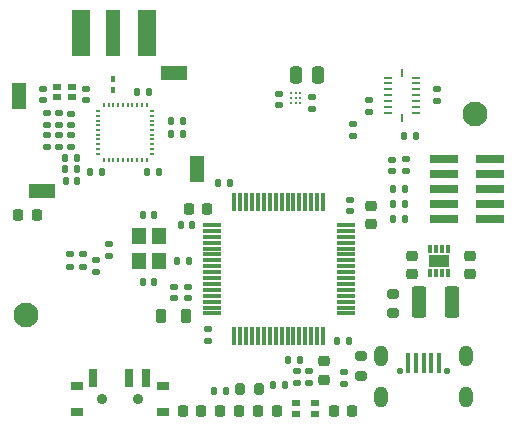
<source format=gbr>
%TF.GenerationSoftware,KiCad,Pcbnew,7.0.1*%
%TF.CreationDate,2024-02-15T14:19:22+01:00*%
%TF.ProjectId,stm32f405-sensorleap-v1,73746d33-3266-4343-9035-2d73656e736f,rev?*%
%TF.SameCoordinates,Original*%
%TF.FileFunction,Soldermask,Top*%
%TF.FilePolarity,Negative*%
%FSLAX46Y46*%
G04 Gerber Fmt 4.6, Leading zero omitted, Abs format (unit mm)*
G04 Created by KiCad (PCBNEW 7.0.1) date 2024-02-15 14:19:22*
%MOMM*%
%LPD*%
G01*
G04 APERTURE LIST*
G04 Aperture macros list*
%AMRoundRect*
0 Rectangle with rounded corners*
0 $1 Rounding radius*
0 $2 $3 $4 $5 $6 $7 $8 $9 X,Y pos of 4 corners*
0 Add a 4 corners polygon primitive as box body*
4,1,4,$2,$3,$4,$5,$6,$7,$8,$9,$2,$3,0*
0 Add four circle primitives for the rounded corners*
1,1,$1+$1,$2,$3*
1,1,$1+$1,$4,$5*
1,1,$1+$1,$6,$7*
1,1,$1+$1,$8,$9*
0 Add four rect primitives between the rounded corners*
20,1,$1+$1,$2,$3,$4,$5,0*
20,1,$1+$1,$4,$5,$6,$7,0*
20,1,$1+$1,$6,$7,$8,$9,0*
20,1,$1+$1,$8,$9,$2,$3,0*%
G04 Aperture macros list end*
%ADD10RoundRect,0.225000X0.225000X0.250000X-0.225000X0.250000X-0.225000X-0.250000X0.225000X-0.250000X0*%
%ADD11RoundRect,0.140000X0.140000X0.170000X-0.140000X0.170000X-0.140000X-0.170000X0.140000X-0.170000X0*%
%ADD12RoundRect,0.140000X0.170000X-0.140000X0.170000X0.140000X-0.170000X0.140000X-0.170000X-0.140000X0*%
%ADD13RoundRect,0.140000X-0.140000X-0.170000X0.140000X-0.170000X0.140000X0.170000X-0.140000X0.170000X0*%
%ADD14RoundRect,0.225000X-0.250000X0.225000X-0.250000X-0.225000X0.250000X-0.225000X0.250000X0.225000X0*%
%ADD15RoundRect,0.225000X0.250000X-0.225000X0.250000X0.225000X-0.250000X0.225000X-0.250000X-0.225000X0*%
%ADD16RoundRect,0.218750X0.218750X0.256250X-0.218750X0.256250X-0.218750X-0.256250X0.218750X-0.256250X0*%
%ADD17R,0.800000X0.550000*%
%ADD18RoundRect,0.218750X0.218750X0.381250X-0.218750X0.381250X-0.218750X-0.381250X0.218750X-0.381250X0*%
%ADD19RoundRect,0.200000X0.275000X-0.200000X0.275000X0.200000X-0.275000X0.200000X-0.275000X-0.200000X0*%
%ADD20RoundRect,0.135000X0.135000X0.185000X-0.135000X0.185000X-0.135000X-0.185000X0.135000X-0.185000X0*%
%ADD21RoundRect,0.200000X0.200000X0.275000X-0.200000X0.275000X-0.200000X-0.275000X0.200000X-0.275000X0*%
%ADD22RoundRect,0.135000X-0.185000X0.135000X-0.185000X-0.135000X0.185000X-0.135000X0.185000X0.135000X0*%
%ADD23RoundRect,0.135000X0.185000X-0.135000X0.185000X0.135000X-0.185000X0.135000X-0.185000X-0.135000X0*%
%ADD24RoundRect,0.135000X-0.135000X-0.185000X0.135000X-0.185000X0.135000X0.185000X-0.135000X0.185000X0*%
%ADD25R,1.000000X0.800000*%
%ADD26C,0.900000*%
%ADD27R,0.700000X1.500000*%
%ADD28RoundRect,0.075000X-0.700000X-0.075000X0.700000X-0.075000X0.700000X0.075000X-0.700000X0.075000X0*%
%ADD29RoundRect,0.075000X-0.075000X-0.700000X0.075000X-0.700000X0.075000X0.700000X-0.075000X0.700000X0*%
%ADD30R,1.200000X1.400000*%
%ADD31R,2.400000X0.740000*%
%ADD32O,0.550000X0.550000*%
%ADD33R,0.400000X1.800000*%
%ADD34O,1.150000X1.800000*%
%ADD35R,1.200000X2.300000*%
%ADD36RoundRect,0.250000X0.375000X1.075000X-0.375000X1.075000X-0.375000X-1.075000X0.375000X-1.075000X0*%
%ADD37R,0.675000X0.250000*%
%ADD38R,0.250000X0.675000*%
%ADD39RoundRect,0.087250X-0.087250X0.192750X-0.087250X-0.192750X0.087250X-0.192750X0.087250X0.192750X0*%
%ADD40RoundRect,0.140000X-0.170000X0.140000X-0.170000X-0.140000X0.170000X-0.140000X0.170000X0.140000X0*%
%ADD41C,2.100000*%
%ADD42R,2.300000X1.200000*%
%ADD43R,0.400000X0.200000*%
%ADD44R,0.200000X0.400000*%
%ADD45R,0.685800X0.584200*%
%ADD46RoundRect,0.147500X-0.147500X-0.172500X0.147500X-0.172500X0.147500X0.172500X-0.147500X0.172500X0*%
%ADD47RoundRect,0.218750X-0.218750X-0.256250X0.218750X-0.256250X0.218750X0.256250X-0.218750X0.256250X0*%
%ADD48C,0.269000*%
%ADD49RoundRect,0.250000X-0.250000X-0.475000X0.250000X-0.475000X0.250000X0.475000X-0.250000X0.475000X0*%
%ADD50R,1.500000X4.000000*%
%ADD51R,1.300000X4.000000*%
%ADD52R,0.300000X0.700000*%
%ADD53R,1.700000X1.000000*%
G04 APERTURE END LIST*
D10*
%TO.C,C200*%
X118288940Y-116973529D03*
X116738940Y-116973529D03*
%TD*%
D11*
%TO.C,C201*%
X117013940Y-118373529D03*
X116053940Y-118373529D03*
%TD*%
D12*
%TO.C,C202*%
X118361288Y-128148529D03*
X118361288Y-127188529D03*
%TD*%
D13*
%TO.C,C203*%
X129308616Y-128148529D03*
X130268616Y-128148529D03*
%TD*%
D12*
%TO.C,C204*%
X130403616Y-117193529D03*
X130403616Y-116233529D03*
%TD*%
D13*
%TO.C,C205*%
X119233940Y-114773529D03*
X120193940Y-114773529D03*
%TD*%
D12*
%TO.C,C206*%
X115503616Y-124578529D03*
X115503616Y-123618529D03*
%TD*%
%TO.C,C207*%
X116653616Y-124578529D03*
X116653616Y-123618529D03*
%TD*%
D14*
%TO.C,C208*%
X128200000Y-129898529D03*
X128200000Y-131448529D03*
%TD*%
D15*
%TO.C,C209*%
X132153616Y-118286029D03*
X132153616Y-116736029D03*
%TD*%
D13*
%TO.C,C210*%
X112873616Y-117498529D03*
X113833616Y-117498529D03*
%TD*%
D11*
%TO.C,C211*%
X113833616Y-123198529D03*
X112873616Y-123198529D03*
%TD*%
D12*
%TO.C,C212*%
X126900000Y-131708529D03*
X126900000Y-130748529D03*
%TD*%
%TO.C,C400*%
X133908940Y-113788529D03*
X133908940Y-112828529D03*
%TD*%
D16*
%TO.C,D102*%
X130601440Y-134073529D03*
X129026440Y-134073529D03*
%TD*%
%TO.C,D200*%
X124201440Y-134073529D03*
X122626440Y-134073529D03*
%TD*%
D17*
%TO.C,D201*%
X125813940Y-134323529D03*
X125813940Y-133423529D03*
X127413940Y-133423529D03*
X127413940Y-134323529D03*
%TD*%
D18*
%TO.C,FB200*%
X116500000Y-126048529D03*
X114375000Y-126048529D03*
%TD*%
D19*
%TO.C,R105*%
X131313940Y-131123529D03*
X131313940Y-129473529D03*
%TD*%
D20*
%TO.C,R200*%
X116778616Y-121448529D03*
X115758616Y-121448529D03*
%TD*%
%TO.C,R201*%
X119913940Y-132373529D03*
X118893940Y-132373529D03*
%TD*%
D21*
%TO.C,R202*%
X122713940Y-132223529D03*
X121063940Y-132223529D03*
%TD*%
D20*
%TO.C,R203*%
X126120000Y-129748529D03*
X125100000Y-129748529D03*
%TD*%
%TO.C,R204*%
X135971440Y-110794529D03*
X134951440Y-110794529D03*
%TD*%
D22*
%TO.C,R205*%
X130661440Y-109774529D03*
X130661440Y-110794529D03*
%TD*%
D23*
%TO.C,R206*%
X129913940Y-131793529D03*
X129913940Y-130773529D03*
%TD*%
D20*
%TO.C,R207*%
X124913940Y-131923529D03*
X123893940Y-131923529D03*
%TD*%
D23*
%TO.C,R208*%
X125913940Y-131748529D03*
X125913940Y-130728529D03*
%TD*%
D24*
%TO.C,R400*%
X134063940Y-117883529D03*
X135083940Y-117883529D03*
%TD*%
%TO.C,R401*%
X134063940Y-116583529D03*
X135083940Y-116583529D03*
%TD*%
%TO.C,R402*%
X134048940Y-115333529D03*
X135068940Y-115333529D03*
%TD*%
D23*
%TO.C,R403*%
X135108940Y-113818529D03*
X135108940Y-112798529D03*
%TD*%
D25*
%TO.C,SW200*%
X107250000Y-131973529D03*
X107250000Y-134183529D03*
D26*
X109400000Y-133083529D03*
X112400000Y-133083529D03*
D25*
X114550000Y-131973529D03*
X114550000Y-134183529D03*
D27*
X108650000Y-131323529D03*
X111650000Y-131323529D03*
X113150000Y-131323529D03*
%TD*%
D28*
%TO.C,U200*%
X118678616Y-118348529D03*
X118678616Y-118848529D03*
X118678616Y-119348529D03*
X118678616Y-119848529D03*
X118678616Y-120348529D03*
X118678616Y-120848529D03*
X118678616Y-121348529D03*
X118678616Y-121848529D03*
X118678616Y-122348529D03*
X118678616Y-122848529D03*
X118678616Y-123348529D03*
X118678616Y-123848529D03*
X118678616Y-124348529D03*
X118678616Y-124848529D03*
X118678616Y-125348529D03*
X118678616Y-125848529D03*
D29*
X120603616Y-127773529D03*
X121103616Y-127773529D03*
X121603616Y-127773529D03*
X122103616Y-127773529D03*
X122603616Y-127773529D03*
X123103616Y-127773529D03*
X123603616Y-127773529D03*
X124103616Y-127773529D03*
X124603616Y-127773529D03*
X125103616Y-127773529D03*
X125603616Y-127773529D03*
X126103616Y-127773529D03*
X126603616Y-127773529D03*
X127103616Y-127773529D03*
X127603616Y-127773529D03*
X128103616Y-127773529D03*
D28*
X130028616Y-125848529D03*
X130028616Y-125348529D03*
X130028616Y-124848529D03*
X130028616Y-124348529D03*
X130028616Y-123848529D03*
X130028616Y-123348529D03*
X130028616Y-122848529D03*
X130028616Y-122348529D03*
X130028616Y-121848529D03*
X130028616Y-121348529D03*
X130028616Y-120848529D03*
X130028616Y-120348529D03*
X130028616Y-119848529D03*
X130028616Y-119348529D03*
X130028616Y-118848529D03*
X130028616Y-118348529D03*
D29*
X128103616Y-116423529D03*
X127603616Y-116423529D03*
X127103616Y-116423529D03*
X126603616Y-116423529D03*
X126103616Y-116423529D03*
X125603616Y-116423529D03*
X125103616Y-116423529D03*
X124603616Y-116423529D03*
X124103616Y-116423529D03*
X123603616Y-116423529D03*
X123103616Y-116423529D03*
X122603616Y-116423529D03*
X122103616Y-116423529D03*
X121603616Y-116423529D03*
X121103616Y-116423529D03*
X120603616Y-116423529D03*
%TD*%
D30*
%TO.C,Y200*%
X112503616Y-119248529D03*
X112503616Y-121448529D03*
X114203616Y-121448529D03*
X114203616Y-119248529D03*
%TD*%
D31*
%TO.C,J401*%
X142258940Y-117873529D03*
X138358940Y-117873529D03*
X142258940Y-116603529D03*
X138358940Y-116603529D03*
X142258940Y-115333529D03*
X138358940Y-115333529D03*
X142258940Y-114063529D03*
X138358940Y-114063529D03*
X142258940Y-112793529D03*
X138358940Y-112793529D03*
%TD*%
D32*
%TO.C,J402*%
X134625000Y-130736029D03*
X138625000Y-130736029D03*
D33*
X135325000Y-130036029D03*
X135975000Y-130036029D03*
X136625000Y-130036029D03*
X137275000Y-130036029D03*
X137925000Y-130036029D03*
D34*
X133050000Y-129416029D03*
X133050000Y-132886029D03*
X140200000Y-129416029D03*
X140200000Y-132886029D03*
%TD*%
D35*
%TO.C,MP2*%
X102400000Y-107403529D03*
%TD*%
D36*
%TO.C,L1*%
X139013940Y-124898529D03*
X136213940Y-124898529D03*
%TD*%
D37*
%TO.C,U2*%
X135960440Y-105873529D03*
X135960440Y-106373529D03*
X135960440Y-106873529D03*
X135960440Y-107373529D03*
X135960440Y-107873529D03*
X135960440Y-108373529D03*
X135960440Y-108873529D03*
D38*
X134795440Y-109288529D03*
D37*
X133630440Y-108873529D03*
X133630440Y-108373529D03*
X133630440Y-107873529D03*
X133630440Y-107373529D03*
X133630440Y-106873529D03*
X133630440Y-106373529D03*
X133630440Y-105873529D03*
D38*
X134795440Y-105458529D03*
%TD*%
D24*
%TO.C,R6*%
X115203940Y-110617529D03*
X116223940Y-110617529D03*
%TD*%
D35*
%TO.C,MP3*%
X117400000Y-113603529D03*
%TD*%
D13*
%TO.C,C4*%
X108420000Y-113873529D03*
X109380000Y-113873529D03*
%TD*%
D12*
%TO.C,C18*%
X124397500Y-108199529D03*
X124397500Y-107239529D03*
%TD*%
D39*
%TO.C,C10*%
X110360000Y-105993529D03*
X110360000Y-106953529D03*
%TD*%
D22*
%TO.C,R3*%
X110013940Y-119953529D03*
X110013940Y-120973529D03*
%TD*%
D11*
%TO.C,C7*%
X114190000Y-113873529D03*
X113230000Y-113873529D03*
%TD*%
D40*
%TO.C,C9*%
X108017499Y-106811729D03*
X108017499Y-107771729D03*
%TD*%
%TO.C,C8*%
X106734000Y-108923529D03*
X106734000Y-109883529D03*
%TD*%
D41*
%TO.C,H1*%
X103000000Y-126000000D03*
%TD*%
D12*
%TO.C,C14*%
X104734000Y-111733529D03*
X104734000Y-110773529D03*
%TD*%
D11*
%TO.C,C5*%
X107240000Y-113643529D03*
X106280000Y-113643529D03*
%TD*%
D40*
%TO.C,C16*%
X131995440Y-107793529D03*
X131995440Y-108753529D03*
%TD*%
D12*
%TO.C,C15*%
X137795440Y-107833529D03*
X137795440Y-106873529D03*
%TD*%
%TO.C,C13*%
X105734000Y-111733529D03*
X105734000Y-110773529D03*
%TD*%
D24*
%TO.C,R7*%
X115203940Y-109567529D03*
X116223940Y-109567529D03*
%TD*%
D41*
%TO.C,H2*%
X141000000Y-109000000D03*
%TD*%
D40*
%TO.C,C6*%
X105734000Y-108913529D03*
X105734000Y-109873529D03*
%TD*%
D15*
%TO.C,C302*%
X135663940Y-122498529D03*
X135663940Y-120948529D03*
%TD*%
D42*
%TO.C,MP1*%
X115500000Y-105503529D03*
%TD*%
D15*
%TO.C,C301*%
X140563940Y-122498529D03*
X140563940Y-120948529D03*
%TD*%
D43*
%TO.C,U1*%
X113666000Y-112317529D03*
X113666000Y-111917529D03*
X113666000Y-111517529D03*
X113666000Y-111117529D03*
X113666000Y-110717529D03*
X113666000Y-110317529D03*
X113666000Y-109917529D03*
X113666000Y-109517529D03*
X113666000Y-109117529D03*
X113666000Y-108717529D03*
D44*
X113166000Y-108217529D03*
X112766000Y-108217529D03*
X112366000Y-108217529D03*
X111966000Y-108217529D03*
X111566000Y-108217529D03*
X111166000Y-108217529D03*
X110766000Y-108217529D03*
X110366000Y-108217529D03*
X109966000Y-108217529D03*
X109566000Y-108217529D03*
D43*
X109066000Y-108717529D03*
X109066000Y-109117529D03*
X109066000Y-109517529D03*
X109066000Y-109917529D03*
X109066000Y-110317529D03*
X109066000Y-110717529D03*
X109066000Y-111117529D03*
X109066000Y-111517529D03*
X109066000Y-111917529D03*
X109066000Y-112317529D03*
D44*
X109566000Y-112817529D03*
X109966000Y-112817529D03*
X110366000Y-112817529D03*
X110766000Y-112817529D03*
X111166000Y-112817529D03*
X111566000Y-112817529D03*
X111966000Y-112817529D03*
X112366000Y-112817529D03*
X112766000Y-112817529D03*
X113166000Y-112817529D03*
%TD*%
D20*
%TO.C,R5*%
X113370000Y-107127529D03*
X112350000Y-107127529D03*
%TD*%
D40*
%TO.C,C2*%
X104734000Y-108913529D03*
X104734000Y-109873529D03*
%TD*%
D45*
%TO.C,X1*%
X105562501Y-107535329D03*
X106837499Y-107535329D03*
X106837499Y-106671729D03*
X105562501Y-106671729D03*
%TD*%
D12*
%TO.C,C3*%
X104377499Y-107771729D03*
X104377499Y-106811729D03*
%TD*%
D46*
%TO.C,FB1*%
X106315000Y-114673529D03*
X107285000Y-114673529D03*
%TD*%
D42*
%TO.C,MP4*%
X104300000Y-115503529D03*
%TD*%
D47*
%TO.C,D2*%
X119426440Y-134073529D03*
X121001440Y-134073529D03*
%TD*%
D12*
%TO.C,C12*%
X106734000Y-111733529D03*
X106734000Y-110773529D03*
%TD*%
D48*
%TO.C,U3*%
X126197500Y-108019529D03*
X125797500Y-108019529D03*
X125397500Y-108019529D03*
X126197500Y-107619529D03*
X125797500Y-107619529D03*
X125397500Y-107619529D03*
X126197500Y-107219529D03*
X125797500Y-107219529D03*
X125397500Y-107219529D03*
%TD*%
D40*
%TO.C,C19*%
X127197500Y-107539529D03*
X127197500Y-108499529D03*
%TD*%
D22*
%TO.C,R2*%
X108913940Y-121353529D03*
X108913940Y-122373529D03*
%TD*%
D19*
%TO.C,R301*%
X134013940Y-125823529D03*
X134013940Y-124173529D03*
%TD*%
D10*
%TO.C,C1*%
X103863940Y-117523529D03*
X102313940Y-117523529D03*
%TD*%
D49*
%TO.C,C20*%
X125797500Y-105619529D03*
X127697500Y-105619529D03*
%TD*%
D50*
%TO.C,J1*%
X107600000Y-102117529D03*
D51*
X110360000Y-102117529D03*
D50*
X113200000Y-102117529D03*
%TD*%
D22*
%TO.C,R4*%
X106713940Y-120853529D03*
X106713940Y-121873529D03*
%TD*%
%TO.C,R1*%
X107813940Y-120853529D03*
X107813940Y-121873529D03*
%TD*%
D16*
%TO.C,D1*%
X117801440Y-134073529D03*
X116226440Y-134073529D03*
%TD*%
D11*
%TO.C,C11*%
X107240000Y-112673529D03*
X106280000Y-112673529D03*
%TD*%
D52*
%TO.C,U301*%
X138663940Y-120348529D03*
X138163940Y-120348529D03*
X137663940Y-120348529D03*
X137163940Y-120348529D03*
X137163940Y-122448529D03*
X137663940Y-122448529D03*
X138163940Y-122448529D03*
X138663940Y-122448529D03*
D53*
X137913940Y-121398529D03*
%TD*%
M02*

</source>
